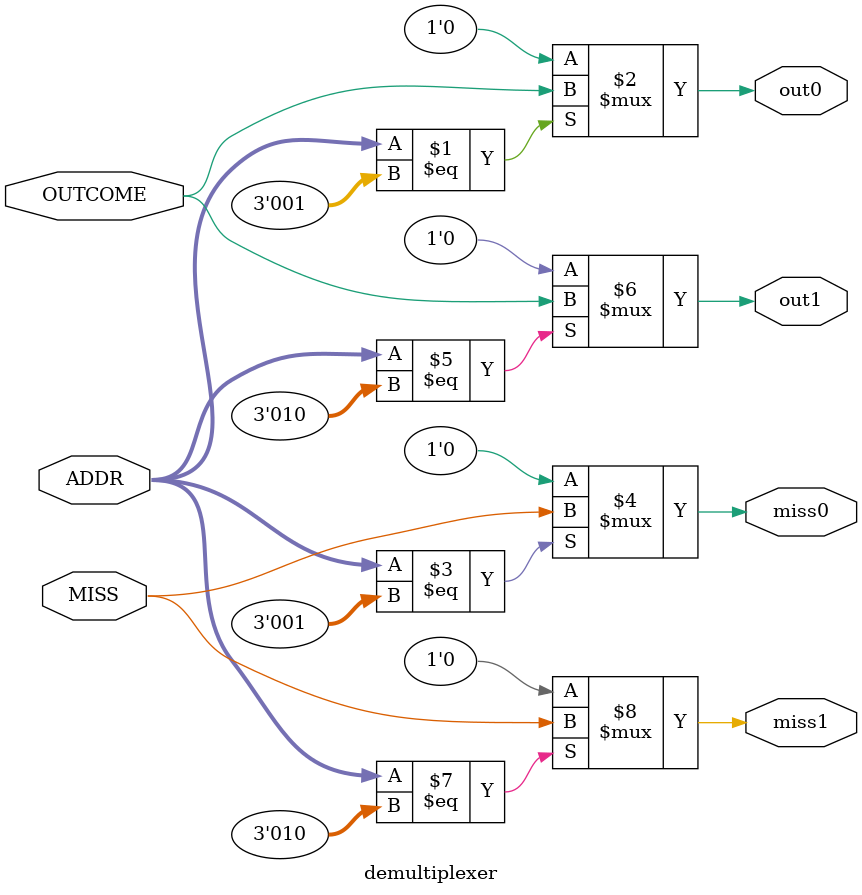
<source format=v>
module demultiplexer(
    output wire out0,
    output wire miss0,
    output wire out1,
    output wire miss1,
    input wire [2:0] ADDR,
    input wire OUTCOME,
    input wire MISS
);

assign out0 = (ADDR == 3'b001) ? OUTCOME : 1'b0;
assign miss0 = (ADDR == 3'b001) ? MISS : 1'b0;
assign out1 = (ADDR == 3'b010) ? OUTCOME : 1'b0;
assign miss1 = (ADDR == 3'b010) ? MISS : 1'b0;

endmodule

</source>
